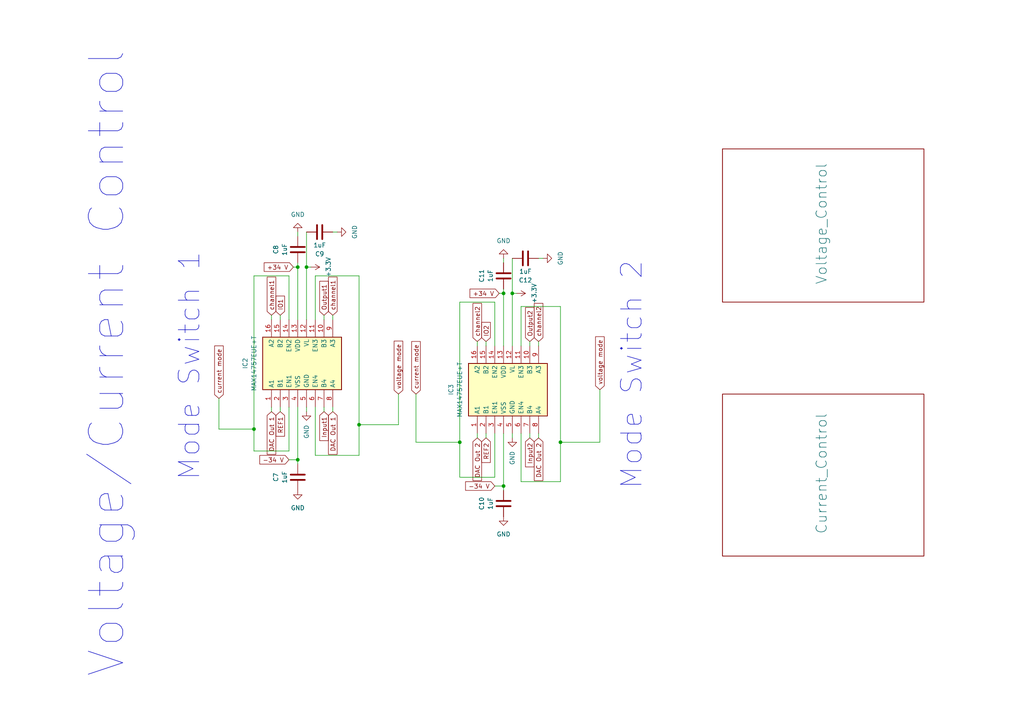
<source format=kicad_sch>
(kicad_sch (version 20230121) (generator eeschema)
  (paper "A4")
  (lib_symbols
    (symbol "Device:C" (pin_numbers hide) (pin_names (offset 0.254))
      (property "Reference" "C" (at 0.635 2.54 0))
      (property "Value" "C" (at 0.635 -2.54 0))
      (symbol "C_0_1"
        (polyline (pts (xy -2.032 -0.762) (xy 2.032 -0.762)) (stroke (width 0.508)))
        (polyline (pts (xy -2.032 0.762) (xy 2.032 0.762)) (stroke (width 0.508)))
      )
      (symbol "C_1_1"
        (pin passive line (at 0 3.81 270) (length 2.794) (name "~") (number "1"))
        (pin passive line (at 0 -3.81 90) (length 2.794) (name "~") (number "2"))
      )
    )
    (symbol "MAX14757EUE+T:MAX14757EUE+T"
      (property "Reference" "IC" (at 21.59 7.62 0))
      (property "Value" "MAX14757EUE+T" (at 21.59 5.08 0))
      (symbol "MAX14757EUE+T_1_1"
        (rectangle (start 5.08 2.54) (end 20.32 -20.32) (stroke (width 0.254)) (fill (type background)))
        (pin passive line (at 0 0 0) (length 5.08) (name "A1") (number "1"))
        (pin passive line (at 25.4 -15.24 180) (length 5.08) (name "B3") (number "10"))
        (pin passive line (at 25.4 -12.7 180) (length 5.08) (name "EN3") (number "11"))
        (pin passive line (at 25.4 -10.16 180) (length 5.08) (name "VL") (number "12"))
        (pin passive line (at 25.4 -7.62 180) (length 5.08) (name "VDD") (number "13"))
        (pin passive line (at 25.4 -5.08 180) (length 5.08) (name "EN2") (number "14"))
        (pin passive line (at 25.4 -2.54 180) (length 5.08) (name "B2") (number "15"))
        (pin passive line (at 25.4 0 180) (length 5.08) (name "A2") (number "16"))
        (pin passive line (at 0 -2.54 0) (length 5.08) (name "B1") (number "2"))
        (pin passive line (at 0 -5.08 0) (length 5.08) (name "EN1") (number "3"))
        (pin passive line (at 0 -7.62 0) (length 5.08) (name "VSS") (number "4"))
        (pin passive line (at 0 -10.16 0) (length 5.08) (name "GND") (number "5"))
        (pin passive line (at 0 -12.7 0) (length 5.08) (name "EN4") (number "6"))
        (pin passive line (at 0 -15.24 0) (length 5.08) (name "B4") (number "7"))
        (pin passive line (at 0 -17.78 0) (length 5.08) (name "A4") (number "8"))
        (pin passive line (at 25.4 -17.78 180) (length 5.08) (name "A3") (number "9"))
      )
    )
    (symbol "power:+3.3V" (power) (pin_names (offset 0))
      (property "Value" "+3.3V" (at 0 3.556 0))
      (symbol "+3.3V_0_1"
        (polyline (pts (xy -0.762 1.27) (xy 0 2.54)))
        (polyline (pts (xy 0 0) (xy 0 2.54)))
        (polyline (pts (xy 0 2.54) (xy 0.762 1.27)))
      )
      (symbol "+3.3V_1_1"
        (pin power_in line (at 0 0 90) (length 0) hide (name "+3.3V") (number "1"))
      )
    )
    (symbol "power:GND" (power) (pin_names (offset 0))
      (property "Value" "GND" (at 0 -3.81 0))
      (symbol "GND_0_1"
        (polyline (pts (xy 0 0) (xy 0 -1.27) (xy 1.27 -1.27) (xy 0 -2.54) (xy -1.27 -1.27) (xy 0 -1.27)))
      )
      (symbol "GND_1_1"
        (pin power_in line (at 0 0 270) (length 0) hide (name "GND") (number "1"))
      )
    )
  )
  (junction (at 88.9 77.47))
  (junction (at 86.36 133.35))
  (junction (at 162.56 128.27))
  (junction (at 73.66 124.46))
  (junction (at 146.05 85.09))
  (junction (at 104.14 123.19))
  (junction (at 133.35 128.27))
  (junction (at 148.59 85.09))
  (junction (at 146.05 140.97))
  (junction (at 86.36 77.47))
  (wire (pts (xy 151.13 139.7) (xy 151.13 125.73)))
  (wire (pts (xy 162.56 139.7) (xy 162.56 128.27)))
  (wire (pts (xy 91.44 132.08) (xy 104.14 132.08)))
  (wire (pts (xy 120.65 114.3) (xy 120.65 128.27)))
  (wire (pts (xy 162.56 128.27) (xy 162.56 88.9)))
  (wire (pts (xy 104.14 123.19) (xy 115.57 123.19)))
  (wire (pts (xy 156.21 127) (xy 156.21 125.73)))
  (wire (pts (xy 146.05 100.33) (xy 146.05 85.09)))
  (wire (pts (xy 81.28 119.38) (xy 81.28 118.11)))
  (wire (pts (xy 133.35 87.63) (xy 143.51 87.63)))
  (wire (pts (xy 83.82 130.81) (xy 83.82 118.11)))
  (wire (pts (xy 143.51 140.97) (xy 146.05 140.97)))
  (wire (pts (xy 156.21 100.33) (xy 156.21 99.06)))
  (wire (pts (xy 83.82 130.81) (xy 73.66 130.81)))
  (wire (pts (xy 96.52 119.38) (xy 96.52 118.11)))
  (wire (pts (xy 138.43 127) (xy 138.43 125.73)))
  (wire (pts (xy 83.82 92.71) (xy 83.82 80.01)))
  (wire (pts (xy 148.59 85.09) (xy 148.59 74.93)))
  (wire (pts (xy 153.67 100.33) (xy 153.67 99.06)))
  (wire (pts (xy 146.05 76.2) (xy 146.05 74.93)))
  (wire (pts (xy 146.05 83.82) (xy 146.05 85.09)))
  (wire (pts (xy 88.9 77.47) (xy 88.9 67.31)))
  (wire (pts (xy 88.9 92.71) (xy 88.9 77.47)))
  (wire (pts (xy 153.67 127) (xy 153.67 125.73)))
  (wire (pts (xy 86.36 134.62) (xy 86.36 133.35)))
  (wire (pts (xy 173.99 113.03) (xy 173.99 128.27)))
  (wire (pts (xy 86.36 68.58) (xy 86.36 67.31)))
  (wire (pts (xy 81.28 92.71) (xy 81.28 91.44)))
  (wire (pts (xy 148.59 85.09) (xy 149.86 85.09)))
  (wire (pts (xy 96.52 92.71) (xy 96.52 91.44)))
  (wire (pts (xy 143.51 100.33) (xy 143.51 87.63)))
  (wire (pts (xy 86.36 133.35) (xy 86.36 118.11)))
  (wire (pts (xy 104.14 80.01) (xy 91.44 80.01)))
  (wire (pts (xy 138.43 100.33) (xy 138.43 99.06)))
  (wire (pts (xy 156.21 74.93) (xy 157.48 74.93)))
  (wire (pts (xy 151.13 100.33) (xy 151.13 88.9)))
  (wire (pts (xy 140.97 127) (xy 140.97 125.73)))
  (wire (pts (xy 104.14 132.08) (xy 104.14 123.19)))
  (wire (pts (xy 162.56 88.9) (xy 151.13 88.9)))
  (wire (pts (xy 73.66 124.46) (xy 73.66 80.01)))
  (wire (pts (xy 63.5 115.57) (xy 63.5 124.46)))
  (wire (pts (xy 133.35 128.27) (xy 133.35 87.63)))
  (wire (pts (xy 143.51 138.43) (xy 133.35 138.43)))
  (wire (pts (xy 91.44 132.08) (xy 91.44 118.11)))
  (wire (pts (xy 85.09 77.47) (xy 86.36 77.47)))
  (wire (pts (xy 88.9 119.38) (xy 88.9 118.11)))
  (wire (pts (xy 93.98 92.71) (xy 93.98 91.44)))
  (wire (pts (xy 140.97 100.33) (xy 140.97 99.06)))
  (wire (pts (xy 96.52 67.31) (xy 97.79 67.31)))
  (wire (pts (xy 146.05 142.24) (xy 146.05 140.97)))
  (wire (pts (xy 78.74 92.71) (xy 78.74 91.44)))
  (wire (pts (xy 120.65 128.27) (xy 133.35 128.27)))
  (wire (pts (xy 173.99 128.27) (xy 162.56 128.27)))
  (wire (pts (xy 88.9 77.47) (xy 90.17 77.47)))
  (wire (pts (xy 63.5 124.46) (xy 73.66 124.46)))
  (wire (pts (xy 78.74 119.38) (xy 78.74 118.11)))
  (wire (pts (xy 104.14 123.19) (xy 104.14 80.01)))
  (wire (pts (xy 151.13 139.7) (xy 162.56 139.7)))
  (wire (pts (xy 148.59 127) (xy 148.59 125.73)))
  (wire (pts (xy 91.44 92.71) (xy 91.44 80.01)))
  (wire (pts (xy 73.66 80.01) (xy 83.82 80.01)))
  (wire (pts (xy 148.59 100.33) (xy 148.59 85.09)))
  (wire (pts (xy 115.57 114.3) (xy 115.57 123.19)))
  (wire (pts (xy 93.98 119.38) (xy 93.98 118.11)))
  (wire (pts (xy 83.82 133.35) (xy 86.36 133.35)))
  (wire (pts (xy 133.35 138.43) (xy 133.35 128.27)))
  (wire (pts (xy 73.66 130.81) (xy 73.66 124.46)))
  (wire (pts (xy 143.51 138.43) (xy 143.51 125.73)))
  (wire (pts (xy 146.05 140.97) (xy 146.05 125.73)))
  (wire (pts (xy 86.36 92.71) (xy 86.36 77.47)))
  (wire (pts (xy 86.36 76.2) (xy 86.36 77.47)))
  (wire (pts (xy 144.78 85.09) (xy 146.05 85.09)))
  (text "Voltage/Current Control" (at 36.83 196.85 90) (effects (font (size 10 10)) (justify left bottom)))
  (text "Mode Switch 1\n" (at 58.42 139.7 90) (effects (font (size 6 6)) (justify left bottom)))
  (text "Mode Switch 2\n" (at 186.69 142.24 90) (effects (font (size 6 6)) (justify left bottom)))
  (global_label "DAC Out 2" (shape input) (at 156.21 127 270) (property "Intersheetrefs" "${INTERSHEET_REFS}" (effects hide)))
  (global_label "-34 V" (shape input) (at 143.51 140.97 180) (property "Intersheetrefs" "${INTERSHEET_REFS}" (effects hide)))
  (global_label "Output2" (shape input) (at 153.67 99.06 90) (property "Intersheetrefs" "${INTERSHEET_REFS}" (effects hide)))
  (global_label "current mode" (shape input) (at 63.5 115.57 90) (property "Intersheetrefs" "${INTERSHEET_REFS}" (effects hide)))
  (global_label "DAC Out 2" (shape input) (at 138.43 127 270) (property "Intersheetrefs" "${INTERSHEET_REFS}" (effects hide)))
  (global_label "channel1" (shape input) (at 96.52 91.44 90) (property "Intersheetrefs" "${INTERSHEET_REFS}" (effects hide)))
  (global_label "voltage mode" (shape input) (at 173.99 113.03 90) (property "Intersheetrefs" "${INTERSHEET_REFS}" (effects hide)))
  (global_label "Output1" (shape input) (at 93.98 91.44 90) (property "Intersheetrefs" "${INTERSHEET_REFS}" (effects hide)))
  (global_label "DAC Out 1" (shape input) (at 78.74 119.38 270) (property "Intersheetrefs" "${INTERSHEET_REFS}" (effects hide)))
  (global_label "-34 V" (shape input) (at 83.82 133.35 180) (property "Intersheetrefs" "${INTERSHEET_REFS}" (effects hide)))
  (global_label "DAC Out 1" (shape input) (at 96.52 119.38 270) (property "Intersheetrefs" "${INTERSHEET_REFS}" (effects hide)))
  (global_label "voltage mode" (shape input) (at 115.57 114.3 90) (property "Intersheetrefs" "${INTERSHEET_REFS}" (effects hide)))
  (global_label "+34 V" (shape input) (at 85.09 77.47 180) (property "Intersheetrefs" "${INTERSHEET_REFS}" (effects hide)))
  (global_label "REF1" (shape input) (at 81.28 119.38 270) (property "Intersheetrefs" "${INTERSHEET_REFS}" (effects hide)))
  (global_label "IO1" (shape input) (at 81.28 91.44 90) (property "Intersheetrefs" "${INTERSHEET_REFS}" (effects hide)))
  (global_label "Input1" (shape input) (at 93.98 119.38 270) (property "Intersheetrefs" "${INTERSHEET_REFS}" (effects hide)))
  (global_label "Input2" (shape input) (at 153.67 127 270) (property "Intersheetrefs" "${INTERSHEET_REFS}" (effects hide)))
  (global_label "channel2" (shape input) (at 156.21 99.06 90) (property "Intersheetrefs" "${INTERSHEET_REFS}" (effects hide)))
  (global_label "IO2" (shape input) (at 140.97 99.06 90) (property "Intersheetrefs" "${INTERSHEET_REFS}" (effects hide)))
  (global_label "current mode" (shape input) (at 120.65 114.3 90) (property "Intersheetrefs" "${INTERSHEET_REFS}" (effects hide)))
  (global_label "channel1" (shape input) (at 78.74 91.44 90) (property "Intersheetrefs" "${INTERSHEET_REFS}" (effects hide)))
  (global_label "channel2" (shape input) (at 138.43 99.06 90) (property "Intersheetrefs" "${INTERSHEET_REFS}" (effects hide)))
  (global_label "REF2" (shape input) (at 140.97 127 270) (property "Intersheetrefs" "${INTERSHEET_REFS}" (effects hide)))
  (global_label "+34 V" (shape input) (at 144.78 85.09 180) (property "Intersheetrefs" "${INTERSHEET_REFS}" (effects hide)))
  (symbol (lib_id "power:GND") (at 148.59 127 0) (unit 1)
    (property "Reference" "#PWR036" (effects hide))
    (property "Value" "GND" (at 148.59 130.81 90) (effects (justify right)))
    (instances (project "channels" (path "" (reference "#PWR036") (unit 1))) (project "electrostimulator" (path "" (reference "#PWR090") (unit 1)) (path "" (reference "#PWR014") (unit 1))) (project "channels1" (path "" (reference "#PWR041") (unit 1))) (project "switching" (path "" (reference "#PWR0120") (unit 1))))
  )
  (symbol (lib_id "power:GND") (at 97.79 67.31 90) (unit 1)
    (property "Reference" "#PWR034" (effects hide))
    (property "Value" "GND" (at 102.87 67.31 0))
    (instances (project "channels" (path "" (reference "#PWR034") (unit 1))) (project "electrostimulator" (path "" (reference "#PWR096") (unit 1)) (path "" (reference "#PWR012") (unit 1))) (project "channels1" (path "" (reference "#PWR039") (unit 1))) (project "switching" (path "" (reference "#PWR0128") (unit 1))))
  )
  (symbol (lib_id "power:GND") (at 157.48 74.93 90) (unit 1)
    (property "Reference" "#PWR039" (effects hide))
    (property "Value" "GND" (at 162.56 74.93 0))
    (instances (project "channels" (path "" (reference "#PWR039") (unit 1))) (project "electrostimulator" (path "" (reference "#PWR096") (unit 1)) (path "" (reference "#PWR017") (unit 1))) (project "channels1" (path "" (reference "#PWR044") (unit 1))) (project "switching" (path "" (reference "#PWR0128") (unit 1))))
  )
  (symbol (lib_id "Device:C") (at 146.05 146.05 180) (unit 1)
    (property "Reference" "C10" (at 139.7 146.05 90))
    (property "Value" "1uF" (at 142.24 146.05 90))
    (property "Footprint" "Capacitor_SMD:C_0805_2012Metric_Pad1.18x1.45mm_HandSolder" (effects hide))
    (instances (project "channels" (path "" (reference "C10") (unit 1))) (project "electrostimulator" (path "" (reference "C30") (unit 1)) (path "" (reference "C4") (unit 1))) (project "channels1" (path "" (reference "C10") (unit 1))) (project "switching" (path "" (reference "C20") (unit 1))))
  )
  (symbol (lib_id "power:GND") (at 86.36 142.24 0) (unit 1)
    (property "Reference" "#PWR030" (effects hide))
    (property "Value" "GND" (at 86.36 147.32 0))
    (instances (project "channels" (path "" (reference "#PWR030") (unit 1))) (project "electrostimulator" (path "" (reference "#PWR088") (unit 1)) (path "" (reference "#PWR08") (unit 1))) (project "channels1" (path "" (reference "#PWR035") (unit 1))) (project "switching" (path "" (reference "#PWR0116") (unit 1))))
  )
  (symbol (lib_id "power:GND") (at 88.9 119.38 0) (unit 1)
    (property "Reference" "#PWR031" (effects hide))
    (property "Value" "GND" (at 88.9 123.19 90) (effects (justify right)))
    (instances (project "channels" (path "" (reference "#PWR031") (unit 1))) (project "electrostimulator" (path "" (reference "#PWR090") (unit 1)) (path "" (reference "#PWR09") (unit 1))) (project "channels1" (path "" (reference "#PWR036") (unit 1))) (project "switching" (path "" (reference "#PWR0120") (unit 1))))
  )
  (symbol (lib_id "power:GND") (at 86.36 67.31 180) (unit 1)
    (property "Reference" "#PWR033" (effects hide))
    (property "Value" "GND" (at 86.36 62.23 0))
    (instances (project "channels" (path "" (reference "#PWR033") (unit 1))) (project "electrostimulator" (path "" (reference "#PWR095") (unit 1)) (path "" (reference "#PWR011") (unit 1))) (project "channels1" (path "" (reference "#PWR038") (unit 1))) (project "switching" (path "" (reference "#PWR0127") (unit 1))))
  )
  (symbol (lib_id "Device:C") (at 92.71 67.31 270) (unit 1)
    (property "Reference" "C9" (at 92.71 73.66 90))
    (property "Value" "1uF" (at 92.71 71.12 90))
    (property "Footprint" "Capacitor_SMD:C_0805_2012Metric_Pad1.18x1.45mm_HandSolder" (effects hide))
    (instances (project "channels" (path "" (reference "C9") (unit 1))) (project "electrostimulator" (path "" (reference "C34") (unit 1)) (path "" (reference "C3") (unit 1))) (project "channels1" (path "" (reference "C9") (unit 1))) (project "switching" (path "" (reference "C24") (unit 1))))
  )
  (symbol (lib_id "power:+3.3V") (at 149.86 85.09 270) (unit 1)
    (property "Reference" "#PWR037" (effects hide))
    (property "Value" "+3.3V" (at 154.94 85.09 0))
    (instances (project "channels" (path "" (reference "#PWR037") (unit 1))) (project "electrostimulator" (path "" (reference "#PWR092") (unit 1)) (path "" (reference "#PWR015") (unit 1))) (project "channels1" (path "" (reference "#PWR042") (unit 1))) (project "switching" (path "" (reference "#PWR0124") (unit 1))))
  )
  (symbol (lib_id "Device:C") (at 86.36 72.39 0) (unit 1)
    (property "Reference" "C8" (at 80.01 72.39 90))
    (property "Value" "1uF" (at 82.55 72.39 90))
    (property "Footprint" "Capacitor_SMD:C_0805_2012Metric_Pad1.18x1.45mm_HandSolder" (effects hide))
    (instances (project "channels" (path "" (reference "C8") (unit 1))) (project "electrostimulator" (path "" (reference "C32") (unit 1)) (path "" (reference "C2") (unit 1))) (project "channels1" (path "" (reference "C8") (unit 1))) (project "switching" (path "" (reference "C22") (unit 1))))
  )
  (symbol (lib_id "power:GND") (at 146.05 149.86 0) (unit 1)
    (property "Reference" "#PWR035" (effects hide))
    (property "Value" "GND" (at 146.05 154.94 0))
    (instances (project "channels" (path "" (reference "#PWR035") (unit 1))) (project "electrostimulator" (path "" (reference "#PWR088") (unit 1)) (path "" (reference "#PWR013") (unit 1))) (project "channels1" (path "" (reference "#PWR040") (unit 1))) (project "switching" (path "" (reference "#PWR0116") (unit 1))))
  )
  (symbol (lib_id "Device:C") (at 146.05 80.01 0) (unit 1)
    (property "Reference" "C11" (at 139.7 80.01 90))
    (property "Value" "1uF" (at 142.24 80.01 90))
    (property "Footprint" "Capacitor_SMD:C_0805_2012Metric_Pad1.18x1.45mm_HandSolder" (effects hide))
    (instances (project "channels" (path "" (reference "C11") (unit 1))) (project "electrostimulator" (path "" (reference "C32") (unit 1)) (path "" (reference "C5") (unit 1))) (project "channels1" (path "" (reference "C11") (unit 1))) (project "switching" (path "" (reference "C22") (unit 1))))
  )
  (symbol (lib_id "Device:C") (at 86.36 138.43 180) (unit 1)
    (property "Reference" "C7" (at 80.01 138.43 90))
    (property "Value" "1uF" (at 82.55 138.43 90))
    (property "Footprint" "Capacitor_SMD:C_0805_2012Metric_Pad1.18x1.45mm_HandSolder" (effects hide))
    (instances (project "channels" (path "" (reference "C7") (unit 1))) (project "electrostimulator" (path "" (reference "C30") (unit 1)) (path "" (reference "C1") (unit 1))) (project "channels1" (path "" (reference "C7") (unit 1))) (project "switching" (path "" (reference "C20") (unit 1))))
  )
  (symbol (lib_id "power:GND") (at 146.05 74.93 180) (unit 1)
    (property "Reference" "#PWR038" (effects hide))
    (property "Value" "GND" (at 146.05 69.85 0))
    (instances (project "channels" (path "" (reference "#PWR038") (unit 1))) (project "electrostimulator" (path "" (reference "#PWR095") (unit 1)) (path "" (reference "#PWR016") (unit 1))) (project "channels1" (path "" (reference "#PWR043") (unit 1))) (project "switching" (path "" (reference "#PWR0127") (unit 1))))
  )
  (symbol (lib_id "Device:C") (at 152.4 74.93 270) (unit 1)
    (property "Reference" "C12" (at 152.4 81.28 90))
    (property "Value" "1uF" (at 152.4 78.74 90))
    (property "Footprint" "Capacitor_SMD:C_0805_2012Metric_Pad1.18x1.45mm_HandSolder" (effects hide))
    (instances (project "channels" (path "" (reference "C12") (unit 1))) (project "electrostimulator" (path "" (reference "C34") (unit 1)) (path "" (reference "C6") (unit 1))) (project "channels1" (path "" (reference "C12") (unit 1))) (project "switching" (path "" (reference "C24") (unit 1))))
  )
  (symbol (lib_id "MAX14757EUE+T:MAX14757EUE+T") (at 138.43 125.73 90) (unit 1)
    (property "Reference" "IC3" (at 130.81 113.03 0))
    (property "Value" "MAX14757EUE+T" (at 133.35 113.03 0))
    (property "Footprint" "MAX14757:SOP65P640X110-16N" (effects hide))
    (property "Datasheet" "https://datasheets.maximintegrated.com/en/ds/MAX14756-MAX14758.pdf" (effects hide))
    (property "Height" "1.1" (effects hide))
    (property "Mouser Part Number" "700-MAX14757EUE+T" (effects hide))
    (property "Mouser Price/Stock" "https://www.mouser.co.uk/ProductDetail/Analog-Devices-Maxim-Integrated/MAX14757EUE%2bT?qs=tT6YvvQkxsyGH%2F%2FLSPFCfQ%3D%3D" (effects hide))
    (property "Manufacturer_Name" "Analog Devices" (effects hide))
    (property "Manufacturer_Part_Number" "MAX14757EUE+T" (effects hide))
  )
  (symbol (lib_id "MAX14757EUE+T:MAX14757EUE+T") (at 78.74 118.11 90) (unit 1)
    (property "Reference" "IC2" (at 71.12 105.41 0))
    (property "Value" "MAX14757EUE+T" (at 73.66 105.41 0))
    (property "Footprint" "MAX14757:SOP65P640X110-16N" (effects hide))
    (property "Datasheet" "https://datasheets.maximintegrated.com/en/ds/MAX14756-MAX14758.pdf" (effects hide))
    (property "Height" "1.1" (effects hide))
    (property "Mouser Part Number" "700-MAX14757EUE+T" (effects hide))
    (property "Mouser Price/Stock" "https://www.mouser.co.uk/ProductDetail/Analog-Devices-Maxim-Integrated/MAX14757EUE%2bT?qs=tT6YvvQkxsyGH%2F%2FLSPFCfQ%3D%3D" (effects hide))
    (property "Manufacturer_Name" "Analog Devices" (effects hide))
    (property "Manufacturer_Part_Number" "MAX14757EUE+T" (effects hide))
  )
  (symbol (lib_id "power:+3.3V") (at 90.17 77.47 270) (unit 1)
    (property "Reference" "#PWR032" (effects hide))
    (property "Value" "+3.3V" (at 95.25 77.47 0))
    (instances (project "channels" (path "" (reference "#PWR032") (unit 1))) (project "electrostimulator" (path "" (reference "#PWR092") (unit 1)) (path "" (reference "#PWR010") (unit 1))) (project "channels1" (path "" (reference "#PWR037") (unit 1))) (project "switching" (path "" (reference "#PWR0124") (unit 1))))
  )
  (sheet (at 209.55 114.3) (size 58.42 46.99) (stroke (width 0.1524))
    (property "Sheetname" "Current_Control" (at 240.03 154.94 90) (effects (font (size 3 3)) (justify left bottom)))
    (property "Sheetfile" "current_control.kicad_sch" (effects hide))
  )
  (sheet (at 209.55 43.18) (size 58.42 44.45) (stroke (width 0.1524))
    (property "Sheetname" "Voltage_Control" (at 240.03 82.55 90) (effects (font (size 3 3)) (justify left bottom)))
    (property "Sheetfile" "voltage_control.kicad_sch" (effects hide))
  )
)
</source>
